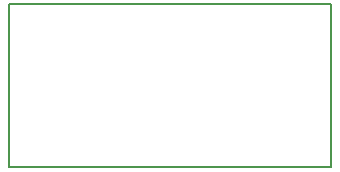
<source format=gko>
G04 DipTrace Beta 2.3.5.2*
%INLulfroMini.GKO*%
%MOIN*%
%ADD11C,0.0055*%
%FSLAX44Y44*%
G04*
G70*
G90*
G75*
G01*
%LNBoardOutline*%
%LPD*%
X0Y-50D2*
D11*
Y5375D1*
X10750D1*
Y-50D1*
X0D1*
M02*

</source>
